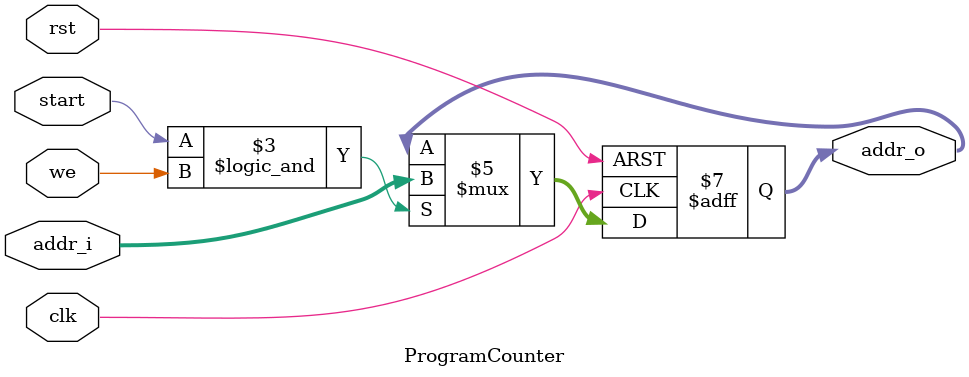
<source format=v>
module ProgramCounter
(
    input				clk,
    input				rst,
    input				start,
    input               we,
    input		[31:0]	addr_i,
    output reg	[31:0]	addr_o
);

always@(posedge clk or negedge rst) begin
    if(~rst)
        addr_o <= 32'b0;
    else begin
        if(start && we)
            addr_o <= addr_i;
        else
            addr_o <= addr_o;
    end
end

endmodule

</source>
